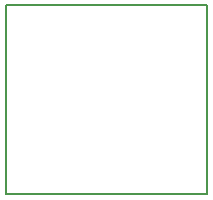
<source format=gko>
G04 #@! TF.FileFunction,Profile,NP*
%FSLAX46Y46*%
G04 Gerber Fmt 4.6, Leading zero omitted, Abs format (unit mm)*
G04 Created by KiCad (PCBNEW 4.0.7) date 06/06/18 08:15:27*
%MOMM*%
%LPD*%
G01*
G04 APERTURE LIST*
%ADD10C,0.100000*%
%ADD11C,0.150000*%
G04 APERTURE END LIST*
D10*
D11*
X154000000Y-98000000D02*
X137000000Y-98000000D01*
X154000000Y-82000000D02*
X154000000Y-98000000D01*
X137000000Y-82000000D02*
X154000000Y-82000000D01*
X137000000Y-98000000D02*
X137000000Y-82000000D01*
M02*

</source>
